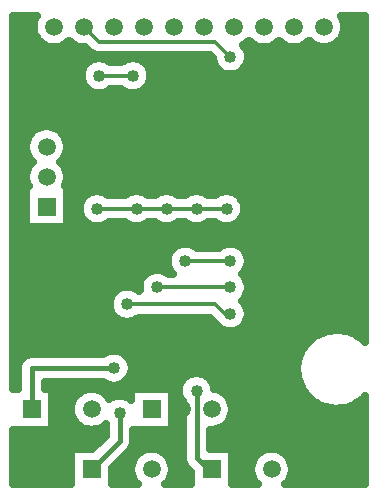
<source format=gbr>
G04 DipTrace 4.0.0.2*
G04 2 - Bottom.gbr*
%MOIN*%
G04 #@! TF.FileFunction,Copper,L2,Bot*
G04 #@! TF.Part,Single*
G04 #@! TA.AperFunction,Conductor*
%ADD14C,0.012*%
%ADD16C,0.015*%
G04 #@! TA.AperFunction,CopperBalancing*
%ADD17C,0.025*%
G04 #@! TA.AperFunction,ComponentPad*
%ADD19R,0.059055X0.059055*%
%ADD20C,0.059055*%
G04 #@! TA.AperFunction,ViaPad*
%ADD22C,0.04*%
%FSLAX26Y26*%
G04*
G70*
G90*
G75*
G01*
G04 Bottom*
%LPD*%
X848921Y1362554D2*
D14*
X948921D1*
X1048921D1*
X1148921D1*
X848921D2*
X717672D1*
X1161520Y1868705D2*
X1111421Y1918803D1*
X723916D1*
X673916Y1968803D1*
X1048921Y756303D2*
D16*
Y531303D1*
X1086421Y493803D1*
X1098921D1*
X698921D2*
X792671Y587553D1*
Y681303D1*
X773921Y831303D2*
X498921D1*
Y693803D1*
X723921Y1806303D2*
D14*
X836421D1*
X1161421Y1012552D2*
X1142672D1*
X1111421Y1043803D1*
X817672D1*
X1161421Y1100054D2*
X917672D1*
X1161421Y1187554D2*
X1011421D1*
D22*
X717672Y1362554D3*
X1161520Y1868705D3*
X1048921Y756303D3*
X792671Y681303D3*
X773921Y831303D3*
X723921Y1806303D3*
X836421D3*
X1161421Y1012552D3*
X817672Y1043803D3*
X1161421Y1100054D3*
X917672D3*
X1161421Y1187554D3*
X1011421D3*
X1292672Y1812554D3*
X848921Y1362554D3*
X948921D3*
X1048921D3*
X1148921D3*
X1298921Y1331303D3*
X917671Y1606303D3*
X438939Y1981434D2*
D17*
X504559D1*
X1543239D2*
X1608931D1*
X438939Y1956566D2*
X504488D1*
X1543311D2*
X1608931D1*
X438939Y1931697D2*
X514392D1*
X1533407D2*
X1608931D1*
X438939Y1906828D2*
X543350D1*
X604473D2*
X643359D1*
X1208404D2*
X1243343D1*
X1304466D2*
X1343352D1*
X1404475D2*
X1443361D1*
X1504448D2*
X1608931D1*
X438939Y1881959D2*
X696468D1*
X1220999D2*
X1608931D1*
X438939Y1857091D2*
X692377D1*
X755438D2*
X804874D1*
X867971D2*
X1101672D1*
X1221358D2*
X1608931D1*
X438939Y1832222D2*
X668981D1*
X891367D2*
X1113299D1*
X1209767D2*
X1608931D1*
X438939Y1807353D2*
X662916D1*
X897396D2*
X1608931D1*
X438939Y1782484D2*
X667976D1*
X892336D2*
X1608931D1*
X438939Y1757615D2*
X689004D1*
X758847D2*
X801501D1*
X871344D2*
X1608931D1*
X438939Y1732747D2*
X1608931D1*
X438939Y1707878D2*
X1608931D1*
X438939Y1683009D2*
X1608931D1*
X438939Y1658140D2*
X1608931D1*
X438939Y1633272D2*
X524690D1*
X573146D2*
X1608931D1*
X438939Y1608403D2*
X491103D1*
X606734D2*
X1608931D1*
X438939Y1583534D2*
X480014D1*
X617822D2*
X1608931D1*
X438939Y1558665D2*
X479153D1*
X618683D2*
X1608931D1*
X438939Y1533797D2*
X488088D1*
X609748D2*
X1608931D1*
X438939Y1508928D2*
X491497D1*
X606339D2*
X1608931D1*
X438939Y1484059D2*
X480122D1*
X617714D2*
X1608931D1*
X438939Y1459190D2*
X479082D1*
X618755D2*
X1608931D1*
X438939Y1434322D2*
X478400D1*
X619437D2*
X1608931D1*
X438939Y1409453D2*
X478400D1*
X619437D2*
X680212D1*
X755151D2*
X811441D1*
X886379D2*
X911450D1*
X986388D2*
X1011459D1*
X1086398D2*
X1111469D1*
X1186407D2*
X1608931D1*
X438939Y1384584D2*
X478400D1*
X619437D2*
X660978D1*
X1205605D2*
X1608931D1*
X438939Y1359715D2*
X478400D1*
X619437D2*
X656744D1*
X1209839D2*
X1608931D1*
X438939Y1334846D2*
X478400D1*
X619437D2*
X663634D1*
X1202949D2*
X1608931D1*
X438939Y1309978D2*
X478400D1*
X619437D2*
X689506D1*
X745821D2*
X820771D1*
X877085D2*
X920780D1*
X977058D2*
X1020753D1*
X1077068D2*
X1120763D1*
X1177077D2*
X1608931D1*
X438939Y1285109D2*
X1608931D1*
X438939Y1260240D2*
X1608931D1*
X438939Y1235371D2*
X975216D1*
X1047607D2*
X1125212D1*
X1197639D2*
X1608931D1*
X438939Y1210503D2*
X955121D1*
X1217734D2*
X1608931D1*
X438939Y1185634D2*
X950456D1*
X1222399D2*
X1608931D1*
X438939Y1160765D2*
X956915D1*
X1215939D2*
X1608931D1*
X438939Y1135896D2*
X868927D1*
X1210162D2*
X1608931D1*
X438939Y1111028D2*
X857696D1*
X1221394D2*
X1608931D1*
X438939Y1086159D2*
X774803D1*
X1220748D2*
X1608931D1*
X438939Y1061290D2*
X759337D1*
X1207722D2*
X1608931D1*
X438939Y1036421D2*
X757148D1*
X1217339D2*
X1608931D1*
X438939Y1011552D2*
X766370D1*
X1222399D2*
X1608931D1*
X438939Y986684D2*
X802542D1*
X832804D2*
X1103108D1*
X1216406D2*
X1608931D1*
X438939Y961815D2*
X1129805D1*
X1193045D2*
X1608931D1*
X438939Y936946D2*
X1442213D1*
X1589889D2*
X1608931D1*
X438939Y912077D2*
X1413865D1*
X438939Y887209D2*
X754206D1*
X793654D2*
X1397178D1*
X438939Y862340D2*
X462467D1*
X826022D2*
X1387382D1*
X834598Y837471D2*
X1382968D1*
X831835Y812602D2*
X1030514D1*
X1067307D2*
X1383327D1*
X815472Y787734D2*
X997070D1*
X1100751D2*
X1388602D1*
X547417Y762865D2*
X988278D1*
X1109543D2*
X1399367D1*
X569450Y737996D2*
X644687D1*
X753141D2*
X775736D1*
X809587D2*
X828378D1*
X969451D2*
X990862D1*
X1153142D2*
X1417489D1*
X569450Y713127D2*
X631195D1*
X969451D2*
X1000407D1*
X1166635D2*
X1448888D1*
X1583178D2*
X1608931D1*
X569450Y688259D2*
X628611D1*
X969451D2*
X1000407D1*
X1169218D2*
X1608931D1*
X569450Y663390D2*
X635572D1*
X969451D2*
X1000407D1*
X1162257D2*
X1608931D1*
X569450Y638521D2*
X656780D1*
X969451D2*
X1000407D1*
X1141049D2*
X1608931D1*
X438939Y613652D2*
X744158D1*
X841165D2*
X1000407D1*
X1097414D2*
X1608931D1*
X438939Y588783D2*
X726359D1*
X841165D2*
X1000407D1*
X1097414D2*
X1608931D1*
X438939Y563915D2*
X701492D1*
X834634D2*
X1000407D1*
X1097414D2*
X1608931D1*
X438939Y539046D2*
X628396D1*
X811704D2*
X845603D1*
X952227D2*
X1000407D1*
X1169434D2*
X1245604D1*
X1352228D2*
X1608931D1*
X438939Y514177D2*
X628396D1*
X786836D2*
X831500D1*
X966329D2*
X1003744D1*
X1169434D2*
X1231501D1*
X1366330D2*
X1608931D1*
X438939Y489308D2*
X628396D1*
X769433D2*
X828558D1*
X969307D2*
X1023373D1*
X1169434D2*
X1228559D1*
X1369309D2*
X1608931D1*
X438939Y464440D2*
X628396D1*
X769433D2*
X835053D1*
X962777D2*
X1028397D1*
X1169434D2*
X1235054D1*
X1362778D2*
X1608931D1*
X608964Y1436831D2*
X616949D1*
Y1300776D1*
X480894D1*
Y1436831D1*
X488896D1*
X486072Y1442770D1*
X482773Y1452922D1*
X481103Y1463466D1*
Y1474141D1*
X482773Y1484684D1*
X486072Y1494836D1*
X490918Y1504347D1*
X497193Y1512984D1*
X502826Y1518761D1*
X497193Y1524623D1*
X490918Y1533259D1*
X486072Y1542770D1*
X482773Y1552922D1*
X481103Y1563466D1*
Y1574141D1*
X482773Y1584684D1*
X486072Y1594836D1*
X490918Y1604347D1*
X497193Y1612984D1*
X504741Y1620532D1*
X513377Y1626806D1*
X522888Y1631652D1*
X533041Y1634951D1*
X543584Y1636621D1*
X554259D1*
X564802Y1634951D1*
X574954Y1631652D1*
X584466Y1626806D1*
X593102Y1620532D1*
X600650Y1612984D1*
X606924Y1604347D1*
X611771Y1594836D1*
X615069Y1584684D1*
X616739Y1574141D1*
Y1563466D1*
X615069Y1552922D1*
X611771Y1542770D1*
X606924Y1533259D1*
X600650Y1524623D1*
X595017Y1518845D1*
X600650Y1512984D1*
X606924Y1504347D1*
X611771Y1494836D1*
X615069Y1484684D1*
X616739Y1474141D1*
Y1463466D1*
X615069Y1452922D1*
X611771Y1442770D1*
X608933Y1436845D1*
X886900Y1318059D2*
X879487Y1312674D1*
X871308Y1308507D1*
X862578Y1305670D1*
X853511Y1304234D1*
X844331D1*
X835265Y1305670D1*
X826534Y1308507D1*
X818355Y1312674D1*
X810943Y1318059D1*
X755613Y1318054D1*
X748238Y1312674D1*
X740059Y1308507D1*
X731328Y1305670D1*
X722262Y1304234D1*
X713082D1*
X704015Y1305670D1*
X695285Y1308507D1*
X687106Y1312674D1*
X679679Y1318070D1*
X673188Y1324561D1*
X667792Y1331988D1*
X663625Y1340167D1*
X660788Y1348897D1*
X659352Y1357964D1*
Y1367144D1*
X660788Y1376210D1*
X663625Y1384941D1*
X667792Y1393120D1*
X673188Y1400547D1*
X679679Y1407038D1*
X687106Y1412433D1*
X695285Y1416601D1*
X704015Y1419437D1*
X713082Y1420873D1*
X722262D1*
X731328Y1419437D1*
X740059Y1416601D1*
X748238Y1412433D1*
X755651Y1407049D1*
X810980Y1407054D1*
X818355Y1412433D1*
X826534Y1416601D1*
X835265Y1419437D1*
X844331Y1420873D1*
X853511D1*
X862578Y1419437D1*
X871308Y1416601D1*
X879487Y1412433D1*
X886900Y1407049D1*
X910973Y1407054D1*
X918355Y1412433D1*
X926534Y1416601D1*
X935265Y1419437D1*
X944331Y1420873D1*
X953511D1*
X962578Y1419437D1*
X971308Y1416601D1*
X979487Y1412433D1*
X986900Y1407049D1*
X1010973Y1407054D1*
X1018355Y1412433D1*
X1026534Y1416601D1*
X1035265Y1419437D1*
X1044331Y1420873D1*
X1053511D1*
X1062578Y1419437D1*
X1071308Y1416601D1*
X1079487Y1412433D1*
X1086900Y1407049D1*
X1110973Y1407054D1*
X1118355Y1412433D1*
X1126534Y1416601D1*
X1135265Y1419437D1*
X1144331Y1420873D1*
X1153511D1*
X1162578Y1419437D1*
X1171308Y1416601D1*
X1179487Y1412433D1*
X1186914Y1407038D1*
X1193405Y1400547D1*
X1198801Y1393120D1*
X1202968Y1384941D1*
X1205805Y1376210D1*
X1207241Y1367144D1*
Y1357964D1*
X1205805Y1348897D1*
X1202968Y1340167D1*
X1198801Y1331988D1*
X1193405Y1324561D1*
X1186914Y1318070D1*
X1179487Y1312674D1*
X1171308Y1308507D1*
X1162578Y1305670D1*
X1153511Y1304234D1*
X1144331D1*
X1135265Y1305670D1*
X1126534Y1308507D1*
X1118355Y1312674D1*
X1110943Y1318059D1*
X1086869Y1318054D1*
X1079487Y1312674D1*
X1071308Y1308507D1*
X1062578Y1305670D1*
X1053511Y1304234D1*
X1044331D1*
X1035265Y1305670D1*
X1026534Y1308507D1*
X1018355Y1312674D1*
X1010943Y1318059D1*
X986869Y1318054D1*
X979487Y1312674D1*
X971308Y1308507D1*
X962578Y1305670D1*
X953511Y1304234D1*
X944331D1*
X935265Y1305670D1*
X926534Y1308507D1*
X918355Y1312674D1*
X910943Y1318059D1*
X886869Y1318054D1*
X436456Y761831D2*
X452891D1*
X453063Y834912D1*
X454192Y842042D1*
X456423Y848907D1*
X459700Y855338D1*
X463943Y861178D1*
X469047Y866282D1*
X474886Y870525D1*
X481318Y873802D1*
X488183Y876032D1*
X495312Y877161D1*
X526461Y877303D1*
X737783D1*
X743355Y881183D1*
X751534Y885350D1*
X760265Y888187D1*
X769331Y889623D1*
X778511D1*
X787578Y888187D1*
X796308Y885350D1*
X804487Y881183D1*
X811914Y875787D1*
X818405Y869296D1*
X823801Y861869D1*
X827968Y853690D1*
X830805Y844960D1*
X832241Y835893D1*
Y826713D1*
X830805Y817647D1*
X827968Y808916D1*
X823801Y800737D1*
X818405Y793310D1*
X811914Y786819D1*
X804487Y781424D1*
X796308Y777256D1*
X787578Y774420D1*
X778511Y772983D1*
X769331D1*
X760265Y774420D1*
X751534Y777256D1*
X743355Y781424D1*
X737859Y785298D1*
X544892Y785303D1*
X544921Y761814D1*
X566949Y761831D1*
Y625776D1*
X436449D1*
X436421Y443801D1*
X630913Y443803D1*
X630894Y561831D1*
X701909D1*
X746650Y606586D1*
X746671Y645192D1*
X738907Y638768D1*
X729805Y633190D1*
X719943Y629105D1*
X709563Y626613D1*
X698921Y625776D1*
X688279Y626613D1*
X677900Y629105D1*
X668037Y633190D1*
X658936Y638768D1*
X650819Y645700D1*
X643886Y653818D1*
X638308Y662919D1*
X634223Y672781D1*
X631731Y683161D1*
X630894Y693803D1*
X631731Y704445D1*
X634223Y714825D1*
X638308Y724687D1*
X643886Y733789D1*
X650819Y741906D1*
X658936Y748839D1*
X668037Y754416D1*
X677900Y758501D1*
X688279Y760993D1*
X698921Y761831D1*
X709563Y760993D1*
X719943Y758501D1*
X729805Y754416D1*
X738907Y748839D1*
X747024Y741906D1*
X753957Y733789D1*
X757607Y728128D1*
X762105Y731183D1*
X770284Y735350D1*
X779015Y738187D1*
X788081Y739623D1*
X797261D1*
X806328Y738187D1*
X815058Y735350D1*
X823237Y731183D1*
X830888Y725580D1*
X830894Y761831D1*
X966949D1*
Y625776D1*
X838663D1*
X838529Y583944D1*
X837400Y576815D1*
X835170Y569950D1*
X831893Y563518D1*
X827650Y557679D1*
X805510Y535338D1*
X766967Y496795D1*
X766949Y443808D1*
X852821Y443803D1*
X847193Y449623D1*
X840918Y458259D1*
X836072Y467770D1*
X832773Y477922D1*
X831103Y488466D1*
Y499141D1*
X832773Y509684D1*
X836072Y519836D1*
X840918Y529347D1*
X847193Y537984D1*
X854741Y545532D1*
X863377Y551806D1*
X872888Y556652D1*
X883041Y559951D1*
X893584Y561621D1*
X904259D1*
X914802Y559951D1*
X924954Y556652D1*
X934466Y551806D1*
X943102Y545532D1*
X950650Y537984D1*
X956924Y529347D1*
X961771Y519836D1*
X965069Y509684D1*
X966739Y499141D1*
Y488466D1*
X965069Y477922D1*
X961771Y467770D1*
X956924Y458259D1*
X950650Y449623D1*
X944986Y443817D1*
X1030879Y443803D1*
X1030894Y484303D1*
X1013942Y501428D1*
X1009700Y507268D1*
X1006423Y513700D1*
X1004192Y520565D1*
X1003063Y527694D1*
X1002921Y559051D1*
Y720135D1*
X999042Y725737D1*
X994874Y733916D1*
X992038Y742647D1*
X990602Y751713D1*
Y760893D1*
X992038Y769960D1*
X994874Y778690D1*
X999042Y786869D1*
X1004438Y794296D1*
X1010929Y800787D1*
X1018355Y806183D1*
X1026534Y810350D1*
X1035265Y813187D1*
X1044331Y814623D1*
X1053511D1*
X1062578Y813187D1*
X1071308Y810350D1*
X1079487Y806183D1*
X1086914Y800787D1*
X1093405Y794296D1*
X1098801Y786869D1*
X1102968Y778690D1*
X1105805Y769960D1*
X1107188Y761338D1*
X1114802Y759951D1*
X1124954Y756652D1*
X1134466Y751806D1*
X1143102Y745532D1*
X1150650Y737984D1*
X1156924Y729347D1*
X1161771Y719836D1*
X1165069Y709684D1*
X1166739Y699141D1*
Y688466D1*
X1165069Y677922D1*
X1161771Y667770D1*
X1156924Y658259D1*
X1150650Y649623D1*
X1143102Y642075D1*
X1134466Y635800D1*
X1124954Y630954D1*
X1114802Y627655D1*
X1104259Y625985D1*
X1094939Y625932D1*
X1094921Y561802D1*
X1166949Y561831D1*
Y443808D1*
X1252786Y443803D1*
X1247193Y449623D1*
X1240918Y458259D1*
X1236072Y467770D1*
X1232773Y477922D1*
X1231103Y488466D1*
Y499141D1*
X1232773Y509684D1*
X1236072Y519836D1*
X1240918Y529347D1*
X1247193Y537984D1*
X1254741Y545532D1*
X1263377Y551806D1*
X1272888Y556652D1*
X1283041Y559951D1*
X1293584Y561621D1*
X1304259D1*
X1314802Y559951D1*
X1324954Y556652D1*
X1334466Y551806D1*
X1343102Y545532D1*
X1350650Y537984D1*
X1356924Y529347D1*
X1361771Y519836D1*
X1365069Y509684D1*
X1366739Y499141D1*
Y488466D1*
X1365069Y477922D1*
X1361771Y467770D1*
X1356924Y458259D1*
X1350650Y449623D1*
X1344986Y443817D1*
X1611413Y443803D1*
X1611421Y737297D1*
X1603344Y729391D1*
X1596285Y723515D1*
X1588832Y718147D1*
X1581022Y713315D1*
X1572892Y709042D1*
X1564482Y705350D1*
X1555835Y702255D1*
X1546992Y699774D1*
X1537997Y697919D1*
X1528894Y696698D1*
X1519728Y696119D1*
X1510543Y696183D1*
X1501386Y696890D1*
X1492301Y698237D1*
X1483333Y700217D1*
X1474525Y702821D1*
X1465921Y706036D1*
X1457564Y709846D1*
X1449495Y714231D1*
X1441752Y719172D1*
X1434375Y724642D1*
X1427399Y730616D1*
X1420858Y737065D1*
X1414786Y743955D1*
X1409211Y751254D1*
X1404162Y758926D1*
X1399662Y766933D1*
X1395735Y775235D1*
X1392398Y783793D1*
X1389670Y792562D1*
X1387563Y801502D1*
X1386087Y810567D1*
X1385250Y819713D1*
X1385056Y828896D1*
X1385506Y838069D1*
X1386597Y847188D1*
X1388325Y856209D1*
X1390680Y865086D1*
X1393652Y873777D1*
X1397225Y882238D1*
X1401383Y890427D1*
X1406103Y898306D1*
X1411365Y905834D1*
X1417141Y912975D1*
X1423402Y919694D1*
X1430120Y925957D1*
X1437259Y931735D1*
X1444786Y936998D1*
X1452664Y941721D1*
X1460852Y945880D1*
X1469312Y949455D1*
X1478002Y952429D1*
X1486879Y954786D1*
X1495899Y956516D1*
X1505018Y957610D1*
X1514191Y958062D1*
X1523374Y957870D1*
X1532520Y957035D1*
X1541586Y955561D1*
X1550526Y953456D1*
X1559296Y950730D1*
X1567854Y947396D1*
X1576157Y943470D1*
X1584165Y938972D1*
X1591838Y933925D1*
X1599139Y928352D1*
X1606031Y922281D1*
X1611397Y916841D1*
X1611421Y2006305D1*
X1530682Y2006303D1*
X1534520Y1999687D1*
X1538605Y1989825D1*
X1541097Y1979445D1*
X1541934Y1968803D1*
X1541097Y1958161D1*
X1538605Y1947781D1*
X1534520Y1937919D1*
X1528942Y1928818D1*
X1522010Y1920700D1*
X1513892Y1913768D1*
X1504791Y1908190D1*
X1494928Y1904105D1*
X1484549Y1901613D1*
X1473907Y1900776D1*
X1463265Y1901613D1*
X1452885Y1904105D1*
X1443023Y1908190D1*
X1433921Y1913768D1*
X1425804Y1920700D1*
X1423949Y1922708D1*
X1418087Y1917075D1*
X1409451Y1910800D1*
X1399940Y1905954D1*
X1389788Y1902655D1*
X1379244Y1900985D1*
X1368569D1*
X1358026Y1902655D1*
X1347874Y1905954D1*
X1338363Y1910800D1*
X1329726Y1917075D1*
X1323949Y1922708D1*
X1318087Y1917075D1*
X1309451Y1910800D1*
X1299940Y1905954D1*
X1289788Y1902655D1*
X1279244Y1900985D1*
X1268569D1*
X1258026Y1902655D1*
X1247874Y1905954D1*
X1238363Y1910800D1*
X1229726Y1917075D1*
X1223949Y1922708D1*
X1218096Y1917075D1*
X1209460Y1910800D1*
X1204705Y1908146D1*
X1208847Y1903090D1*
X1213644Y1895263D1*
X1217156Y1886782D1*
X1219299Y1877856D1*
X1220020Y1868705D1*
X1219299Y1859553D1*
X1217156Y1850627D1*
X1213644Y1842146D1*
X1208847Y1834319D1*
X1202885Y1827339D1*
X1195905Y1821377D1*
X1188078Y1816581D1*
X1179597Y1813068D1*
X1170671Y1810925D1*
X1161520Y1810205D1*
X1152368Y1810925D1*
X1143442Y1813068D1*
X1134961Y1816581D1*
X1127134Y1821377D1*
X1120154Y1827339D1*
X1114192Y1834319D1*
X1109396Y1842146D1*
X1105883Y1850627D1*
X1103740Y1859553D1*
X1103202Y1864097D1*
X1093012Y1874279D1*
X720425Y1874440D1*
X713528Y1875533D1*
X706887Y1877690D1*
X700665Y1880861D1*
X695016Y1884965D1*
X678816Y1900971D1*
X668579Y1900985D1*
X658035Y1902655D1*
X647883Y1905954D1*
X638372Y1910800D1*
X629736Y1917075D1*
X623958Y1922708D1*
X618096Y1917075D1*
X609460Y1910800D1*
X599949Y1905954D1*
X589797Y1902655D1*
X579253Y1900985D1*
X568579D1*
X558035Y1902655D1*
X547883Y1905954D1*
X538372Y1910800D1*
X529736Y1917075D1*
X522187Y1924623D1*
X515913Y1933259D1*
X511067Y1942770D1*
X507768Y1952922D1*
X506098Y1963466D1*
Y1974141D1*
X507768Y1984684D1*
X511067Y1994836D1*
X515913Y2004347D1*
X517223Y2006308D1*
X436430Y2006303D1*
X436421Y761807D1*
X955623Y1144554D2*
X971771D1*
X966938Y1149561D1*
X961542Y1156988D1*
X957374Y1165167D1*
X954538Y1173897D1*
X953102Y1182964D1*
Y1192144D1*
X954538Y1201210D1*
X957374Y1209941D1*
X961542Y1218120D1*
X966938Y1225547D1*
X973429Y1232038D1*
X980855Y1237433D1*
X989034Y1241601D1*
X997765Y1244437D1*
X1006831Y1245873D1*
X1016011D1*
X1025078Y1244437D1*
X1033808Y1241601D1*
X1041987Y1237433D1*
X1049400Y1232049D1*
X1123461Y1232054D1*
X1130855Y1237433D1*
X1139034Y1241601D1*
X1147765Y1244437D1*
X1156831Y1245873D1*
X1166011D1*
X1175078Y1244437D1*
X1183808Y1241601D1*
X1191987Y1237433D1*
X1199414Y1232038D1*
X1205905Y1225547D1*
X1211301Y1218120D1*
X1215468Y1209941D1*
X1218305Y1201210D1*
X1219741Y1192144D1*
Y1182964D1*
X1218305Y1173897D1*
X1215468Y1165167D1*
X1211301Y1156988D1*
X1205905Y1149561D1*
X1200244Y1143837D1*
X1205905Y1138047D1*
X1211301Y1130620D1*
X1215468Y1122441D1*
X1218305Y1113710D1*
X1219741Y1104644D1*
Y1095464D1*
X1218305Y1086397D1*
X1215468Y1077667D1*
X1211301Y1069488D1*
X1205905Y1062061D1*
X1200244Y1056337D1*
X1205905Y1050545D1*
X1211301Y1043119D1*
X1215468Y1034939D1*
X1218305Y1026209D1*
X1219741Y1017142D1*
Y1007963D1*
X1218305Y998896D1*
X1215468Y990166D1*
X1211301Y981986D1*
X1205905Y974560D1*
X1199414Y968069D1*
X1191987Y962673D1*
X1183808Y958506D1*
X1175078Y955669D1*
X1166011Y954233D1*
X1156831D1*
X1147765Y955669D1*
X1139034Y958506D1*
X1130855Y962673D1*
X1123429Y968069D1*
X1116938Y974560D1*
X1113665Y978809D1*
X1092980Y999311D1*
X855610Y999303D1*
X848238Y993924D1*
X840059Y989756D1*
X831328Y986920D1*
X822262Y985483D1*
X813082D1*
X804015Y986920D1*
X795285Y989756D1*
X787106Y993924D1*
X779679Y999319D1*
X773188Y1005810D1*
X767792Y1013237D1*
X763625Y1021416D1*
X760788Y1030147D1*
X759352Y1039213D1*
Y1048393D1*
X760788Y1057460D1*
X763625Y1066190D1*
X767792Y1074369D1*
X773188Y1081796D1*
X779679Y1088287D1*
X787106Y1093683D1*
X795285Y1097850D1*
X804015Y1100687D1*
X813082Y1102123D1*
X822262D1*
X831328Y1100687D1*
X840059Y1097850D1*
X848238Y1093683D1*
X855651Y1088298D1*
X859892Y1090902D1*
X859172Y1100054D1*
X859892Y1109205D1*
X862035Y1118131D1*
X865548Y1126612D1*
X870344Y1134439D1*
X876306Y1141420D1*
X883286Y1147381D1*
X891113Y1152178D1*
X899594Y1155691D1*
X908520Y1157834D1*
X917672Y1158554D1*
X926823Y1157834D1*
X935749Y1155691D1*
X944230Y1152178D1*
X952057Y1147381D1*
X955651Y1144549D1*
X761896Y1850803D2*
X798426D1*
X805855Y1856183D1*
X814034Y1860350D1*
X822765Y1863187D1*
X831831Y1864623D1*
X841011D1*
X850078Y1863187D1*
X858808Y1860350D1*
X866987Y1856183D1*
X874414Y1850787D1*
X880905Y1844296D1*
X886301Y1836869D1*
X890468Y1828690D1*
X893305Y1819960D1*
X894741Y1810893D1*
Y1801713D1*
X893305Y1792647D1*
X890468Y1783916D1*
X886301Y1775737D1*
X880905Y1768310D1*
X874414Y1761819D1*
X866987Y1756424D1*
X858808Y1752256D1*
X850078Y1749420D1*
X841011Y1747983D1*
X831831D1*
X822765Y1749420D1*
X814034Y1752256D1*
X805855Y1756424D1*
X798443Y1761808D1*
X761916Y1761803D1*
X754487Y1756424D1*
X746308Y1752256D1*
X737578Y1749420D1*
X728511Y1747983D1*
X719331D1*
X710265Y1749420D1*
X701534Y1752256D1*
X693355Y1756424D1*
X685929Y1761819D1*
X679438Y1768310D1*
X674042Y1775737D1*
X669874Y1783916D1*
X667038Y1792647D1*
X665602Y1801713D1*
Y1810893D1*
X667038Y1819960D1*
X669874Y1828690D1*
X674042Y1836869D1*
X679438Y1844296D1*
X685929Y1850787D1*
X693355Y1856183D1*
X701534Y1860350D1*
X710265Y1863187D1*
X719331Y1864623D1*
X728511D1*
X737578Y1863187D1*
X746308Y1860350D1*
X754487Y1856183D1*
X761900Y1850798D1*
D19*
X548921Y1368803D3*
D20*
Y1468803D3*
Y1568803D3*
D19*
X498921Y693803D3*
D20*
X598921D3*
X698921D3*
D19*
X473916Y1968803D3*
D20*
X573916D3*
X673916D3*
X773916D3*
X873916D3*
X973916D3*
X1073916D3*
X1173916D3*
X1273907D3*
X1373907D3*
X1473907D3*
X1573907D3*
D19*
X698921Y493803D3*
D20*
X798921D3*
X898921D3*
D19*
Y693803D3*
D20*
X998921D3*
X1098921D3*
D19*
Y493803D3*
D20*
X1198921D3*
X1298921D3*
M02*

</source>
